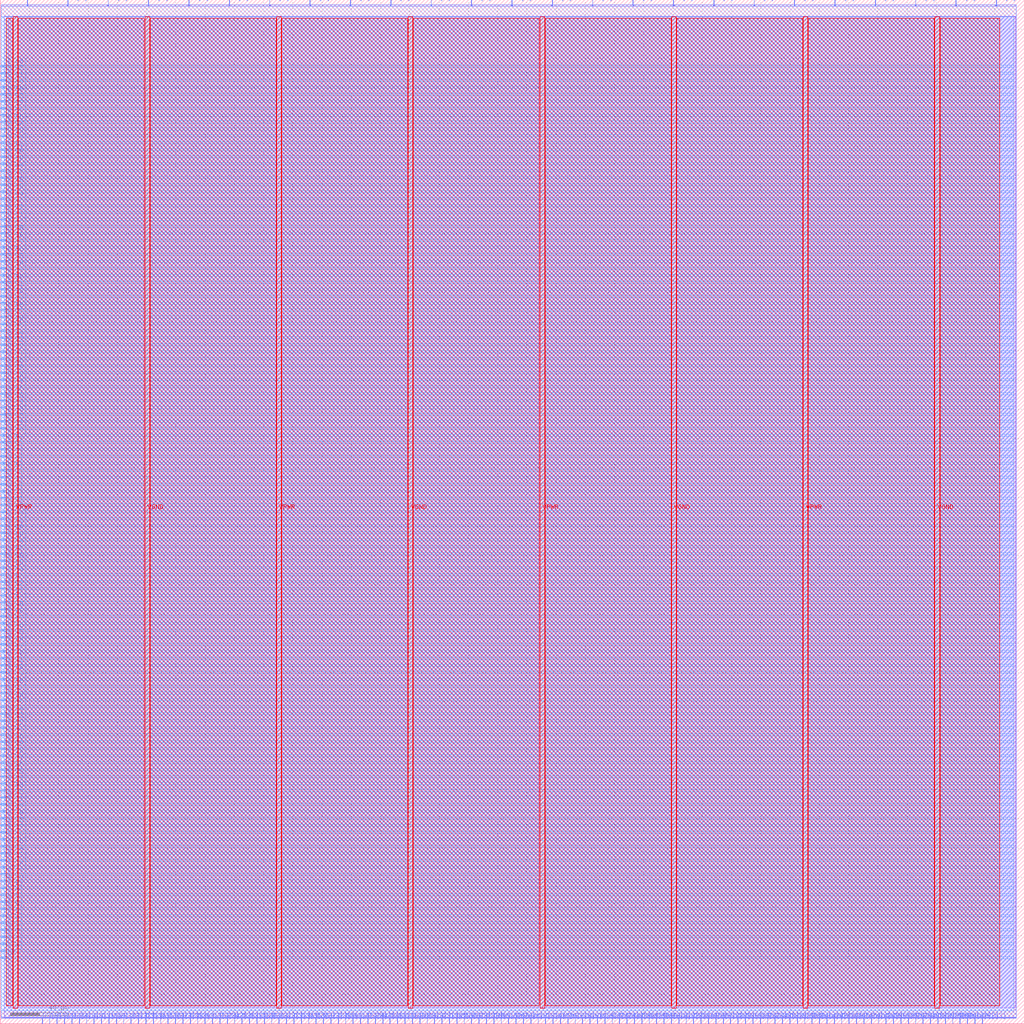
<source format=lef>
VERSION 5.7 ;
  NOWIREEXTENSIONATPIN ON ;
  DIVIDERCHAR "/" ;
  BUSBITCHARS "[]" ;
MACRO Microwatt_FP_DFFRFile
  CLASS BLOCK ;
  FOREIGN Microwatt_FP_DFFRFile ;
  ORIGIN 0.000 0.000 ;
  SIZE 700.000 BY 700.000 ;
  PIN CLK
    DIRECTION INPUT ;
    USE SIGNAL ;
    PORT
      LAYER met3 ;
        RECT 0.000 44.920 4.000 45.520 ;
    END
  END CLK
  PIN D1[0]
    DIRECTION OUTPUT TRISTATE ;
    USE SIGNAL ;
    PORT
      LAYER met3 ;
        RECT 0.000 49.680 4.000 50.280 ;
    END
  END D1[0]
  PIN D1[10]
    DIRECTION OUTPUT TRISTATE ;
    USE SIGNAL ;
    PORT
      LAYER met3 ;
        RECT 0.000 97.280 4.000 97.880 ;
    END
  END D1[10]
  PIN D1[11]
    DIRECTION OUTPUT TRISTATE ;
    USE SIGNAL ;
    PORT
      LAYER met3 ;
        RECT 0.000 102.040 4.000 102.640 ;
    END
  END D1[11]
  PIN D1[12]
    DIRECTION OUTPUT TRISTATE ;
    USE SIGNAL ;
    PORT
      LAYER met3 ;
        RECT 0.000 106.800 4.000 107.400 ;
    END
  END D1[12]
  PIN D1[13]
    DIRECTION OUTPUT TRISTATE ;
    USE SIGNAL ;
    PORT
      LAYER met3 ;
        RECT 0.000 111.560 4.000 112.160 ;
    END
  END D1[13]
  PIN D1[14]
    DIRECTION OUTPUT TRISTATE ;
    USE SIGNAL ;
    PORT
      LAYER met3 ;
        RECT 0.000 116.320 4.000 116.920 ;
    END
  END D1[14]
  PIN D1[15]
    DIRECTION OUTPUT TRISTATE ;
    USE SIGNAL ;
    PORT
      LAYER met3 ;
        RECT 0.000 121.080 4.000 121.680 ;
    END
  END D1[15]
  PIN D1[16]
    DIRECTION OUTPUT TRISTATE ;
    USE SIGNAL ;
    PORT
      LAYER met3 ;
        RECT 0.000 125.840 4.000 126.440 ;
    END
  END D1[16]
  PIN D1[17]
    DIRECTION OUTPUT TRISTATE ;
    USE SIGNAL ;
    PORT
      LAYER met3 ;
        RECT 0.000 130.600 4.000 131.200 ;
    END
  END D1[17]
  PIN D1[18]
    DIRECTION OUTPUT TRISTATE ;
    USE SIGNAL ;
    PORT
      LAYER met3 ;
        RECT 0.000 135.360 4.000 135.960 ;
    END
  END D1[18]
  PIN D1[19]
    DIRECTION OUTPUT TRISTATE ;
    USE SIGNAL ;
    PORT
      LAYER met3 ;
        RECT 0.000 140.120 4.000 140.720 ;
    END
  END D1[19]
  PIN D1[1]
    DIRECTION OUTPUT TRISTATE ;
    USE SIGNAL ;
    PORT
      LAYER met3 ;
        RECT 0.000 54.440 4.000 55.040 ;
    END
  END D1[1]
  PIN D1[20]
    DIRECTION OUTPUT TRISTATE ;
    USE SIGNAL ;
    PORT
      LAYER met3 ;
        RECT 0.000 144.880 4.000 145.480 ;
    END
  END D1[20]
  PIN D1[21]
    DIRECTION OUTPUT TRISTATE ;
    USE SIGNAL ;
    PORT
      LAYER met3 ;
        RECT 0.000 149.640 4.000 150.240 ;
    END
  END D1[21]
  PIN D1[22]
    DIRECTION OUTPUT TRISTATE ;
    USE SIGNAL ;
    PORT
      LAYER met3 ;
        RECT 0.000 154.400 4.000 155.000 ;
    END
  END D1[22]
  PIN D1[23]
    DIRECTION OUTPUT TRISTATE ;
    USE SIGNAL ;
    PORT
      LAYER met3 ;
        RECT 0.000 159.160 4.000 159.760 ;
    END
  END D1[23]
  PIN D1[24]
    DIRECTION OUTPUT TRISTATE ;
    USE SIGNAL ;
    PORT
      LAYER met3 ;
        RECT 0.000 163.920 4.000 164.520 ;
    END
  END D1[24]
  PIN D1[25]
    DIRECTION OUTPUT TRISTATE ;
    USE SIGNAL ;
    PORT
      LAYER met3 ;
        RECT 0.000 168.680 4.000 169.280 ;
    END
  END D1[25]
  PIN D1[26]
    DIRECTION OUTPUT TRISTATE ;
    USE SIGNAL ;
    PORT
      LAYER met3 ;
        RECT 0.000 173.440 4.000 174.040 ;
    END
  END D1[26]
  PIN D1[27]
    DIRECTION OUTPUT TRISTATE ;
    USE SIGNAL ;
    PORT
      LAYER met3 ;
        RECT 0.000 178.200 4.000 178.800 ;
    END
  END D1[27]
  PIN D1[28]
    DIRECTION OUTPUT TRISTATE ;
    USE SIGNAL ;
    PORT
      LAYER met3 ;
        RECT 0.000 182.960 4.000 183.560 ;
    END
  END D1[28]
  PIN D1[29]
    DIRECTION OUTPUT TRISTATE ;
    USE SIGNAL ;
    PORT
      LAYER met3 ;
        RECT 0.000 187.720 4.000 188.320 ;
    END
  END D1[29]
  PIN D1[2]
    DIRECTION OUTPUT TRISTATE ;
    USE SIGNAL ;
    PORT
      LAYER met3 ;
        RECT 0.000 59.200 4.000 59.800 ;
    END
  END D1[2]
  PIN D1[30]
    DIRECTION OUTPUT TRISTATE ;
    USE SIGNAL ;
    PORT
      LAYER met3 ;
        RECT 0.000 192.480 4.000 193.080 ;
    END
  END D1[30]
  PIN D1[31]
    DIRECTION OUTPUT TRISTATE ;
    USE SIGNAL ;
    PORT
      LAYER met3 ;
        RECT 0.000 197.240 4.000 197.840 ;
    END
  END D1[31]
  PIN D1[32]
    DIRECTION OUTPUT TRISTATE ;
    USE SIGNAL ;
    PORT
      LAYER met3 ;
        RECT 0.000 202.000 4.000 202.600 ;
    END
  END D1[32]
  PIN D1[33]
    DIRECTION OUTPUT TRISTATE ;
    USE SIGNAL ;
    PORT
      LAYER met3 ;
        RECT 0.000 206.760 4.000 207.360 ;
    END
  END D1[33]
  PIN D1[34]
    DIRECTION OUTPUT TRISTATE ;
    USE SIGNAL ;
    PORT
      LAYER met3 ;
        RECT 0.000 211.520 4.000 212.120 ;
    END
  END D1[34]
  PIN D1[35]
    DIRECTION OUTPUT TRISTATE ;
    USE SIGNAL ;
    PORT
      LAYER met3 ;
        RECT 0.000 216.280 4.000 216.880 ;
    END
  END D1[35]
  PIN D1[36]
    DIRECTION OUTPUT TRISTATE ;
    USE SIGNAL ;
    PORT
      LAYER met3 ;
        RECT 0.000 221.040 4.000 221.640 ;
    END
  END D1[36]
  PIN D1[37]
    DIRECTION OUTPUT TRISTATE ;
    USE SIGNAL ;
    PORT
      LAYER met3 ;
        RECT 0.000 225.800 4.000 226.400 ;
    END
  END D1[37]
  PIN D1[38]
    DIRECTION OUTPUT TRISTATE ;
    USE SIGNAL ;
    PORT
      LAYER met3 ;
        RECT 0.000 230.560 4.000 231.160 ;
    END
  END D1[38]
  PIN D1[39]
    DIRECTION OUTPUT TRISTATE ;
    USE SIGNAL ;
    PORT
      LAYER met3 ;
        RECT 0.000 235.320 4.000 235.920 ;
    END
  END D1[39]
  PIN D1[3]
    DIRECTION OUTPUT TRISTATE ;
    USE SIGNAL ;
    PORT
      LAYER met3 ;
        RECT 0.000 63.960 4.000 64.560 ;
    END
  END D1[3]
  PIN D1[40]
    DIRECTION OUTPUT TRISTATE ;
    USE SIGNAL ;
    PORT
      LAYER met3 ;
        RECT 0.000 240.080 4.000 240.680 ;
    END
  END D1[40]
  PIN D1[41]
    DIRECTION OUTPUT TRISTATE ;
    USE SIGNAL ;
    PORT
      LAYER met3 ;
        RECT 0.000 244.840 4.000 245.440 ;
    END
  END D1[41]
  PIN D1[42]
    DIRECTION OUTPUT TRISTATE ;
    USE SIGNAL ;
    PORT
      LAYER met3 ;
        RECT 0.000 249.600 4.000 250.200 ;
    END
  END D1[42]
  PIN D1[43]
    DIRECTION OUTPUT TRISTATE ;
    USE SIGNAL ;
    PORT
      LAYER met3 ;
        RECT 0.000 254.360 4.000 254.960 ;
    END
  END D1[43]
  PIN D1[44]
    DIRECTION OUTPUT TRISTATE ;
    USE SIGNAL ;
    PORT
      LAYER met3 ;
        RECT 0.000 259.120 4.000 259.720 ;
    END
  END D1[44]
  PIN D1[45]
    DIRECTION OUTPUT TRISTATE ;
    USE SIGNAL ;
    PORT
      LAYER met3 ;
        RECT 0.000 263.880 4.000 264.480 ;
    END
  END D1[45]
  PIN D1[46]
    DIRECTION OUTPUT TRISTATE ;
    USE SIGNAL ;
    PORT
      LAYER met3 ;
        RECT 0.000 268.640 4.000 269.240 ;
    END
  END D1[46]
  PIN D1[47]
    DIRECTION OUTPUT TRISTATE ;
    USE SIGNAL ;
    PORT
      LAYER met3 ;
        RECT 0.000 273.400 4.000 274.000 ;
    END
  END D1[47]
  PIN D1[48]
    DIRECTION OUTPUT TRISTATE ;
    USE SIGNAL ;
    PORT
      LAYER met3 ;
        RECT 0.000 278.160 4.000 278.760 ;
    END
  END D1[48]
  PIN D1[49]
    DIRECTION OUTPUT TRISTATE ;
    USE SIGNAL ;
    PORT
      LAYER met3 ;
        RECT 0.000 282.920 4.000 283.520 ;
    END
  END D1[49]
  PIN D1[4]
    DIRECTION OUTPUT TRISTATE ;
    USE SIGNAL ;
    PORT
      LAYER met3 ;
        RECT 0.000 68.720 4.000 69.320 ;
    END
  END D1[4]
  PIN D1[50]
    DIRECTION OUTPUT TRISTATE ;
    USE SIGNAL ;
    PORT
      LAYER met3 ;
        RECT 0.000 287.680 4.000 288.280 ;
    END
  END D1[50]
  PIN D1[51]
    DIRECTION OUTPUT TRISTATE ;
    USE SIGNAL ;
    PORT
      LAYER met3 ;
        RECT 0.000 292.440 4.000 293.040 ;
    END
  END D1[51]
  PIN D1[52]
    DIRECTION OUTPUT TRISTATE ;
    USE SIGNAL ;
    PORT
      LAYER met3 ;
        RECT 0.000 297.200 4.000 297.800 ;
    END
  END D1[52]
  PIN D1[53]
    DIRECTION OUTPUT TRISTATE ;
    USE SIGNAL ;
    PORT
      LAYER met3 ;
        RECT 0.000 301.960 4.000 302.560 ;
    END
  END D1[53]
  PIN D1[54]
    DIRECTION OUTPUT TRISTATE ;
    USE SIGNAL ;
    PORT
      LAYER met3 ;
        RECT 0.000 306.720 4.000 307.320 ;
    END
  END D1[54]
  PIN D1[55]
    DIRECTION OUTPUT TRISTATE ;
    USE SIGNAL ;
    PORT
      LAYER met3 ;
        RECT 0.000 311.480 4.000 312.080 ;
    END
  END D1[55]
  PIN D1[56]
    DIRECTION OUTPUT TRISTATE ;
    USE SIGNAL ;
    PORT
      LAYER met3 ;
        RECT 0.000 316.240 4.000 316.840 ;
    END
  END D1[56]
  PIN D1[57]
    DIRECTION OUTPUT TRISTATE ;
    USE SIGNAL ;
    PORT
      LAYER met3 ;
        RECT 0.000 321.000 4.000 321.600 ;
    END
  END D1[57]
  PIN D1[58]
    DIRECTION OUTPUT TRISTATE ;
    USE SIGNAL ;
    PORT
      LAYER met3 ;
        RECT 0.000 325.760 4.000 326.360 ;
    END
  END D1[58]
  PIN D1[59]
    DIRECTION OUTPUT TRISTATE ;
    USE SIGNAL ;
    PORT
      LAYER met3 ;
        RECT 0.000 330.520 4.000 331.120 ;
    END
  END D1[59]
  PIN D1[5]
    DIRECTION OUTPUT TRISTATE ;
    USE SIGNAL ;
    PORT
      LAYER met3 ;
        RECT 0.000 73.480 4.000 74.080 ;
    END
  END D1[5]
  PIN D1[60]
    DIRECTION OUTPUT TRISTATE ;
    USE SIGNAL ;
    PORT
      LAYER met3 ;
        RECT 0.000 335.280 4.000 335.880 ;
    END
  END D1[60]
  PIN D1[61]
    DIRECTION OUTPUT TRISTATE ;
    USE SIGNAL ;
    PORT
      LAYER met3 ;
        RECT 0.000 340.040 4.000 340.640 ;
    END
  END D1[61]
  PIN D1[62]
    DIRECTION OUTPUT TRISTATE ;
    USE SIGNAL ;
    PORT
      LAYER met3 ;
        RECT 0.000 344.800 4.000 345.400 ;
    END
  END D1[62]
  PIN D1[63]
    DIRECTION OUTPUT TRISTATE ;
    USE SIGNAL ;
    PORT
      LAYER met3 ;
        RECT 0.000 349.560 4.000 350.160 ;
    END
  END D1[63]
  PIN D1[6]
    DIRECTION OUTPUT TRISTATE ;
    USE SIGNAL ;
    PORT
      LAYER met3 ;
        RECT 0.000 78.240 4.000 78.840 ;
    END
  END D1[6]
  PIN D1[7]
    DIRECTION OUTPUT TRISTATE ;
    USE SIGNAL ;
    PORT
      LAYER met3 ;
        RECT 0.000 83.000 4.000 83.600 ;
    END
  END D1[7]
  PIN D1[8]
    DIRECTION OUTPUT TRISTATE ;
    USE SIGNAL ;
    PORT
      LAYER met3 ;
        RECT 0.000 87.760 4.000 88.360 ;
    END
  END D1[8]
  PIN D1[9]
    DIRECTION OUTPUT TRISTATE ;
    USE SIGNAL ;
    PORT
      LAYER met3 ;
        RECT 0.000 92.520 4.000 93.120 ;
    END
  END D1[9]
  PIN D2[0]
    DIRECTION OUTPUT TRISTATE ;
    USE SIGNAL ;
    PORT
      LAYER met3 ;
        RECT 0.000 354.320 4.000 354.920 ;
    END
  END D2[0]
  PIN D2[10]
    DIRECTION OUTPUT TRISTATE ;
    USE SIGNAL ;
    PORT
      LAYER met3 ;
        RECT 0.000 401.920 4.000 402.520 ;
    END
  END D2[10]
  PIN D2[11]
    DIRECTION OUTPUT TRISTATE ;
    USE SIGNAL ;
    PORT
      LAYER met3 ;
        RECT 0.000 406.680 4.000 407.280 ;
    END
  END D2[11]
  PIN D2[12]
    DIRECTION OUTPUT TRISTATE ;
    USE SIGNAL ;
    PORT
      LAYER met3 ;
        RECT 0.000 411.440 4.000 412.040 ;
    END
  END D2[12]
  PIN D2[13]
    DIRECTION OUTPUT TRISTATE ;
    USE SIGNAL ;
    PORT
      LAYER met3 ;
        RECT 0.000 416.200 4.000 416.800 ;
    END
  END D2[13]
  PIN D2[14]
    DIRECTION OUTPUT TRISTATE ;
    USE SIGNAL ;
    PORT
      LAYER met3 ;
        RECT 0.000 420.960 4.000 421.560 ;
    END
  END D2[14]
  PIN D2[15]
    DIRECTION OUTPUT TRISTATE ;
    USE SIGNAL ;
    PORT
      LAYER met3 ;
        RECT 0.000 425.720 4.000 426.320 ;
    END
  END D2[15]
  PIN D2[16]
    DIRECTION OUTPUT TRISTATE ;
    USE SIGNAL ;
    PORT
      LAYER met3 ;
        RECT 0.000 430.480 4.000 431.080 ;
    END
  END D2[16]
  PIN D2[17]
    DIRECTION OUTPUT TRISTATE ;
    USE SIGNAL ;
    PORT
      LAYER met3 ;
        RECT 0.000 435.240 4.000 435.840 ;
    END
  END D2[17]
  PIN D2[18]
    DIRECTION OUTPUT TRISTATE ;
    USE SIGNAL ;
    PORT
      LAYER met3 ;
        RECT 0.000 440.000 4.000 440.600 ;
    END
  END D2[18]
  PIN D2[19]
    DIRECTION OUTPUT TRISTATE ;
    USE SIGNAL ;
    PORT
      LAYER met3 ;
        RECT 0.000 444.760 4.000 445.360 ;
    END
  END D2[19]
  PIN D2[1]
    DIRECTION OUTPUT TRISTATE ;
    USE SIGNAL ;
    PORT
      LAYER met3 ;
        RECT 0.000 359.080 4.000 359.680 ;
    END
  END D2[1]
  PIN D2[20]
    DIRECTION OUTPUT TRISTATE ;
    USE SIGNAL ;
    PORT
      LAYER met3 ;
        RECT 0.000 449.520 4.000 450.120 ;
    END
  END D2[20]
  PIN D2[21]
    DIRECTION OUTPUT TRISTATE ;
    USE SIGNAL ;
    PORT
      LAYER met3 ;
        RECT 0.000 454.280 4.000 454.880 ;
    END
  END D2[21]
  PIN D2[22]
    DIRECTION OUTPUT TRISTATE ;
    USE SIGNAL ;
    PORT
      LAYER met3 ;
        RECT 0.000 459.040 4.000 459.640 ;
    END
  END D2[22]
  PIN D2[23]
    DIRECTION OUTPUT TRISTATE ;
    USE SIGNAL ;
    PORT
      LAYER met3 ;
        RECT 0.000 463.800 4.000 464.400 ;
    END
  END D2[23]
  PIN D2[24]
    DIRECTION OUTPUT TRISTATE ;
    USE SIGNAL ;
    PORT
      LAYER met3 ;
        RECT 0.000 468.560 4.000 469.160 ;
    END
  END D2[24]
  PIN D2[25]
    DIRECTION OUTPUT TRISTATE ;
    USE SIGNAL ;
    PORT
      LAYER met3 ;
        RECT 0.000 473.320 4.000 473.920 ;
    END
  END D2[25]
  PIN D2[26]
    DIRECTION OUTPUT TRISTATE ;
    USE SIGNAL ;
    PORT
      LAYER met3 ;
        RECT 0.000 478.080 4.000 478.680 ;
    END
  END D2[26]
  PIN D2[27]
    DIRECTION OUTPUT TRISTATE ;
    USE SIGNAL ;
    PORT
      LAYER met3 ;
        RECT 0.000 482.840 4.000 483.440 ;
    END
  END D2[27]
  PIN D2[28]
    DIRECTION OUTPUT TRISTATE ;
    USE SIGNAL ;
    PORT
      LAYER met3 ;
        RECT 0.000 487.600 4.000 488.200 ;
    END
  END D2[28]
  PIN D2[29]
    DIRECTION OUTPUT TRISTATE ;
    USE SIGNAL ;
    PORT
      LAYER met3 ;
        RECT 0.000 492.360 4.000 492.960 ;
    END
  END D2[29]
  PIN D2[2]
    DIRECTION OUTPUT TRISTATE ;
    USE SIGNAL ;
    PORT
      LAYER met3 ;
        RECT 0.000 363.840 4.000 364.440 ;
    END
  END D2[2]
  PIN D2[30]
    DIRECTION OUTPUT TRISTATE ;
    USE SIGNAL ;
    PORT
      LAYER met3 ;
        RECT 0.000 497.120 4.000 497.720 ;
    END
  END D2[30]
  PIN D2[31]
    DIRECTION OUTPUT TRISTATE ;
    USE SIGNAL ;
    PORT
      LAYER met3 ;
        RECT 0.000 501.880 4.000 502.480 ;
    END
  END D2[31]
  PIN D2[32]
    DIRECTION OUTPUT TRISTATE ;
    USE SIGNAL ;
    PORT
      LAYER met3 ;
        RECT 0.000 506.640 4.000 507.240 ;
    END
  END D2[32]
  PIN D2[33]
    DIRECTION OUTPUT TRISTATE ;
    USE SIGNAL ;
    PORT
      LAYER met3 ;
        RECT 0.000 511.400 4.000 512.000 ;
    END
  END D2[33]
  PIN D2[34]
    DIRECTION OUTPUT TRISTATE ;
    USE SIGNAL ;
    PORT
      LAYER met3 ;
        RECT 0.000 516.160 4.000 516.760 ;
    END
  END D2[34]
  PIN D2[35]
    DIRECTION OUTPUT TRISTATE ;
    USE SIGNAL ;
    PORT
      LAYER met3 ;
        RECT 0.000 520.920 4.000 521.520 ;
    END
  END D2[35]
  PIN D2[36]
    DIRECTION OUTPUT TRISTATE ;
    USE SIGNAL ;
    PORT
      LAYER met3 ;
        RECT 0.000 525.680 4.000 526.280 ;
    END
  END D2[36]
  PIN D2[37]
    DIRECTION OUTPUT TRISTATE ;
    USE SIGNAL ;
    PORT
      LAYER met3 ;
        RECT 0.000 530.440 4.000 531.040 ;
    END
  END D2[37]
  PIN D2[38]
    DIRECTION OUTPUT TRISTATE ;
    USE SIGNAL ;
    PORT
      LAYER met3 ;
        RECT 0.000 535.200 4.000 535.800 ;
    END
  END D2[38]
  PIN D2[39]
    DIRECTION OUTPUT TRISTATE ;
    USE SIGNAL ;
    PORT
      LAYER met3 ;
        RECT 0.000 539.960 4.000 540.560 ;
    END
  END D2[39]
  PIN D2[3]
    DIRECTION OUTPUT TRISTATE ;
    USE SIGNAL ;
    PORT
      LAYER met3 ;
        RECT 0.000 368.600 4.000 369.200 ;
    END
  END D2[3]
  PIN D2[40]
    DIRECTION OUTPUT TRISTATE ;
    USE SIGNAL ;
    PORT
      LAYER met3 ;
        RECT 0.000 544.720 4.000 545.320 ;
    END
  END D2[40]
  PIN D2[41]
    DIRECTION OUTPUT TRISTATE ;
    USE SIGNAL ;
    PORT
      LAYER met3 ;
        RECT 0.000 549.480 4.000 550.080 ;
    END
  END D2[41]
  PIN D2[42]
    DIRECTION OUTPUT TRISTATE ;
    USE SIGNAL ;
    PORT
      LAYER met3 ;
        RECT 0.000 554.240 4.000 554.840 ;
    END
  END D2[42]
  PIN D2[43]
    DIRECTION OUTPUT TRISTATE ;
    USE SIGNAL ;
    PORT
      LAYER met3 ;
        RECT 0.000 559.000 4.000 559.600 ;
    END
  END D2[43]
  PIN D2[44]
    DIRECTION OUTPUT TRISTATE ;
    USE SIGNAL ;
    PORT
      LAYER met3 ;
        RECT 0.000 563.760 4.000 564.360 ;
    END
  END D2[44]
  PIN D2[45]
    DIRECTION OUTPUT TRISTATE ;
    USE SIGNAL ;
    PORT
      LAYER met3 ;
        RECT 0.000 568.520 4.000 569.120 ;
    END
  END D2[45]
  PIN D2[46]
    DIRECTION OUTPUT TRISTATE ;
    USE SIGNAL ;
    PORT
      LAYER met3 ;
        RECT 0.000 573.280 4.000 573.880 ;
    END
  END D2[46]
  PIN D2[47]
    DIRECTION OUTPUT TRISTATE ;
    USE SIGNAL ;
    PORT
      LAYER met3 ;
        RECT 0.000 578.040 4.000 578.640 ;
    END
  END D2[47]
  PIN D2[48]
    DIRECTION OUTPUT TRISTATE ;
    USE SIGNAL ;
    PORT
      LAYER met3 ;
        RECT 0.000 582.800 4.000 583.400 ;
    END
  END D2[48]
  PIN D2[49]
    DIRECTION OUTPUT TRISTATE ;
    USE SIGNAL ;
    PORT
      LAYER met3 ;
        RECT 0.000 587.560 4.000 588.160 ;
    END
  END D2[49]
  PIN D2[4]
    DIRECTION OUTPUT TRISTATE ;
    USE SIGNAL ;
    PORT
      LAYER met3 ;
        RECT 0.000 373.360 4.000 373.960 ;
    END
  END D2[4]
  PIN D2[50]
    DIRECTION OUTPUT TRISTATE ;
    USE SIGNAL ;
    PORT
      LAYER met3 ;
        RECT 0.000 592.320 4.000 592.920 ;
    END
  END D2[50]
  PIN D2[51]
    DIRECTION OUTPUT TRISTATE ;
    USE SIGNAL ;
    PORT
      LAYER met3 ;
        RECT 0.000 597.080 4.000 597.680 ;
    END
  END D2[51]
  PIN D2[52]
    DIRECTION OUTPUT TRISTATE ;
    USE SIGNAL ;
    PORT
      LAYER met3 ;
        RECT 0.000 601.840 4.000 602.440 ;
    END
  END D2[52]
  PIN D2[53]
    DIRECTION OUTPUT TRISTATE ;
    USE SIGNAL ;
    PORT
      LAYER met3 ;
        RECT 0.000 606.600 4.000 607.200 ;
    END
  END D2[53]
  PIN D2[54]
    DIRECTION OUTPUT TRISTATE ;
    USE SIGNAL ;
    PORT
      LAYER met3 ;
        RECT 0.000 611.360 4.000 611.960 ;
    END
  END D2[54]
  PIN D2[55]
    DIRECTION OUTPUT TRISTATE ;
    USE SIGNAL ;
    PORT
      LAYER met3 ;
        RECT 0.000 616.120 4.000 616.720 ;
    END
  END D2[55]
  PIN D2[56]
    DIRECTION OUTPUT TRISTATE ;
    USE SIGNAL ;
    PORT
      LAYER met3 ;
        RECT 0.000 620.880 4.000 621.480 ;
    END
  END D2[56]
  PIN D2[57]
    DIRECTION OUTPUT TRISTATE ;
    USE SIGNAL ;
    PORT
      LAYER met3 ;
        RECT 0.000 625.640 4.000 626.240 ;
    END
  END D2[57]
  PIN D2[58]
    DIRECTION OUTPUT TRISTATE ;
    USE SIGNAL ;
    PORT
      LAYER met3 ;
        RECT 0.000 630.400 4.000 631.000 ;
    END
  END D2[58]
  PIN D2[59]
    DIRECTION OUTPUT TRISTATE ;
    USE SIGNAL ;
    PORT
      LAYER met3 ;
        RECT 0.000 635.160 4.000 635.760 ;
    END
  END D2[59]
  PIN D2[5]
    DIRECTION OUTPUT TRISTATE ;
    USE SIGNAL ;
    PORT
      LAYER met3 ;
        RECT 0.000 378.120 4.000 378.720 ;
    END
  END D2[5]
  PIN D2[60]
    DIRECTION OUTPUT TRISTATE ;
    USE SIGNAL ;
    PORT
      LAYER met3 ;
        RECT 0.000 639.920 4.000 640.520 ;
    END
  END D2[60]
  PIN D2[61]
    DIRECTION OUTPUT TRISTATE ;
    USE SIGNAL ;
    PORT
      LAYER met3 ;
        RECT 0.000 644.680 4.000 645.280 ;
    END
  END D2[61]
  PIN D2[62]
    DIRECTION OUTPUT TRISTATE ;
    USE SIGNAL ;
    PORT
      LAYER met3 ;
        RECT 0.000 649.440 4.000 650.040 ;
    END
  END D2[62]
  PIN D2[63]
    DIRECTION OUTPUT TRISTATE ;
    USE SIGNAL ;
    PORT
      LAYER met3 ;
        RECT 0.000 654.200 4.000 654.800 ;
    END
  END D2[63]
  PIN D2[6]
    DIRECTION OUTPUT TRISTATE ;
    USE SIGNAL ;
    PORT
      LAYER met3 ;
        RECT 0.000 382.880 4.000 383.480 ;
    END
  END D2[6]
  PIN D2[7]
    DIRECTION OUTPUT TRISTATE ;
    USE SIGNAL ;
    PORT
      LAYER met3 ;
        RECT 0.000 387.640 4.000 388.240 ;
    END
  END D2[7]
  PIN D2[8]
    DIRECTION OUTPUT TRISTATE ;
    USE SIGNAL ;
    PORT
      LAYER met3 ;
        RECT 0.000 392.400 4.000 393.000 ;
    END
  END D2[8]
  PIN D2[9]
    DIRECTION OUTPUT TRISTATE ;
    USE SIGNAL ;
    PORT
      LAYER met3 ;
        RECT 0.000 397.160 4.000 397.760 ;
    END
  END D2[9]
  PIN D3[0]
    DIRECTION OUTPUT TRISTATE ;
    USE SIGNAL ;
    PORT
      LAYER met2 ;
        RECT 28.610 0.000 28.890 4.000 ;
    END
  END D3[0]
  PIN D3[10]
    DIRECTION OUTPUT TRISTATE ;
    USE SIGNAL ;
    PORT
      LAYER met2 ;
        RECT 79.210 0.000 79.490 4.000 ;
    END
  END D3[10]
  PIN D3[11]
    DIRECTION OUTPUT TRISTATE ;
    USE SIGNAL ;
    PORT
      LAYER met2 ;
        RECT 84.270 0.000 84.550 4.000 ;
    END
  END D3[11]
  PIN D3[12]
    DIRECTION OUTPUT TRISTATE ;
    USE SIGNAL ;
    PORT
      LAYER met2 ;
        RECT 89.330 0.000 89.610 4.000 ;
    END
  END D3[12]
  PIN D3[13]
    DIRECTION OUTPUT TRISTATE ;
    USE SIGNAL ;
    PORT
      LAYER met2 ;
        RECT 94.390 0.000 94.670 4.000 ;
    END
  END D3[13]
  PIN D3[14]
    DIRECTION OUTPUT TRISTATE ;
    USE SIGNAL ;
    PORT
      LAYER met2 ;
        RECT 99.450 0.000 99.730 4.000 ;
    END
  END D3[14]
  PIN D3[15]
    DIRECTION OUTPUT TRISTATE ;
    USE SIGNAL ;
    PORT
      LAYER met2 ;
        RECT 104.510 0.000 104.790 4.000 ;
    END
  END D3[15]
  PIN D3[16]
    DIRECTION OUTPUT TRISTATE ;
    USE SIGNAL ;
    PORT
      LAYER met2 ;
        RECT 109.570 0.000 109.850 4.000 ;
    END
  END D3[16]
  PIN D3[17]
    DIRECTION OUTPUT TRISTATE ;
    USE SIGNAL ;
    PORT
      LAYER met2 ;
        RECT 114.630 0.000 114.910 4.000 ;
    END
  END D3[17]
  PIN D3[18]
    DIRECTION OUTPUT TRISTATE ;
    USE SIGNAL ;
    PORT
      LAYER met2 ;
        RECT 119.690 0.000 119.970 4.000 ;
    END
  END D3[18]
  PIN D3[19]
    DIRECTION OUTPUT TRISTATE ;
    USE SIGNAL ;
    PORT
      LAYER met2 ;
        RECT 124.750 0.000 125.030 4.000 ;
    END
  END D3[19]
  PIN D3[1]
    DIRECTION OUTPUT TRISTATE ;
    USE SIGNAL ;
    PORT
      LAYER met2 ;
        RECT 33.670 0.000 33.950 4.000 ;
    END
  END D3[1]
  PIN D3[20]
    DIRECTION OUTPUT TRISTATE ;
    USE SIGNAL ;
    PORT
      LAYER met2 ;
        RECT 129.810 0.000 130.090 4.000 ;
    END
  END D3[20]
  PIN D3[21]
    DIRECTION OUTPUT TRISTATE ;
    USE SIGNAL ;
    PORT
      LAYER met2 ;
        RECT 134.870 0.000 135.150 4.000 ;
    END
  END D3[21]
  PIN D3[22]
    DIRECTION OUTPUT TRISTATE ;
    USE SIGNAL ;
    PORT
      LAYER met2 ;
        RECT 139.930 0.000 140.210 4.000 ;
    END
  END D3[22]
  PIN D3[23]
    DIRECTION OUTPUT TRISTATE ;
    USE SIGNAL ;
    PORT
      LAYER met2 ;
        RECT 144.990 0.000 145.270 4.000 ;
    END
  END D3[23]
  PIN D3[24]
    DIRECTION OUTPUT TRISTATE ;
    USE SIGNAL ;
    PORT
      LAYER met2 ;
        RECT 150.050 0.000 150.330 4.000 ;
    END
  END D3[24]
  PIN D3[25]
    DIRECTION OUTPUT TRISTATE ;
    USE SIGNAL ;
    PORT
      LAYER met2 ;
        RECT 155.110 0.000 155.390 4.000 ;
    END
  END D3[25]
  PIN D3[26]
    DIRECTION OUTPUT TRISTATE ;
    USE SIGNAL ;
    PORT
      LAYER met2 ;
        RECT 160.170 0.000 160.450 4.000 ;
    END
  END D3[26]
  PIN D3[27]
    DIRECTION OUTPUT TRISTATE ;
    USE SIGNAL ;
    PORT
      LAYER met2 ;
        RECT 165.230 0.000 165.510 4.000 ;
    END
  END D3[27]
  PIN D3[28]
    DIRECTION OUTPUT TRISTATE ;
    USE SIGNAL ;
    PORT
      LAYER met2 ;
        RECT 170.290 0.000 170.570 4.000 ;
    END
  END D3[28]
  PIN D3[29]
    DIRECTION OUTPUT TRISTATE ;
    USE SIGNAL ;
    PORT
      LAYER met2 ;
        RECT 175.350 0.000 175.630 4.000 ;
    END
  END D3[29]
  PIN D3[2]
    DIRECTION OUTPUT TRISTATE ;
    USE SIGNAL ;
    PORT
      LAYER met2 ;
        RECT 38.730 0.000 39.010 4.000 ;
    END
  END D3[2]
  PIN D3[30]
    DIRECTION OUTPUT TRISTATE ;
    USE SIGNAL ;
    PORT
      LAYER met2 ;
        RECT 180.410 0.000 180.690 4.000 ;
    END
  END D3[30]
  PIN D3[31]
    DIRECTION OUTPUT TRISTATE ;
    USE SIGNAL ;
    PORT
      LAYER met2 ;
        RECT 185.470 0.000 185.750 4.000 ;
    END
  END D3[31]
  PIN D3[32]
    DIRECTION OUTPUT TRISTATE ;
    USE SIGNAL ;
    PORT
      LAYER met2 ;
        RECT 190.530 0.000 190.810 4.000 ;
    END
  END D3[32]
  PIN D3[33]
    DIRECTION OUTPUT TRISTATE ;
    USE SIGNAL ;
    PORT
      LAYER met2 ;
        RECT 195.590 0.000 195.870 4.000 ;
    END
  END D3[33]
  PIN D3[34]
    DIRECTION OUTPUT TRISTATE ;
    USE SIGNAL ;
    PORT
      LAYER met2 ;
        RECT 200.650 0.000 200.930 4.000 ;
    END
  END D3[34]
  PIN D3[35]
    DIRECTION OUTPUT TRISTATE ;
    USE SIGNAL ;
    PORT
      LAYER met2 ;
        RECT 205.710 0.000 205.990 4.000 ;
    END
  END D3[35]
  PIN D3[36]
    DIRECTION OUTPUT TRISTATE ;
    USE SIGNAL ;
    PORT
      LAYER met2 ;
        RECT 210.770 0.000 211.050 4.000 ;
    END
  END D3[36]
  PIN D3[37]
    DIRECTION OUTPUT TRISTATE ;
    USE SIGNAL ;
    PORT
      LAYER met2 ;
        RECT 215.830 0.000 216.110 4.000 ;
    END
  END D3[37]
  PIN D3[38]
    DIRECTION OUTPUT TRISTATE ;
    USE SIGNAL ;
    PORT
      LAYER met2 ;
        RECT 220.890 0.000 221.170 4.000 ;
    END
  END D3[38]
  PIN D3[39]
    DIRECTION OUTPUT TRISTATE ;
    USE SIGNAL ;
    PORT
      LAYER met2 ;
        RECT 225.950 0.000 226.230 4.000 ;
    END
  END D3[39]
  PIN D3[3]
    DIRECTION OUTPUT TRISTATE ;
    USE SIGNAL ;
    PORT
      LAYER met2 ;
        RECT 43.790 0.000 44.070 4.000 ;
    END
  END D3[3]
  PIN D3[40]
    DIRECTION OUTPUT TRISTATE ;
    USE SIGNAL ;
    PORT
      LAYER met2 ;
        RECT 231.010 0.000 231.290 4.000 ;
    END
  END D3[40]
  PIN D3[41]
    DIRECTION OUTPUT TRISTATE ;
    USE SIGNAL ;
    PORT
      LAYER met2 ;
        RECT 236.070 0.000 236.350 4.000 ;
    END
  END D3[41]
  PIN D3[42]
    DIRECTION OUTPUT TRISTATE ;
    USE SIGNAL ;
    PORT
      LAYER met2 ;
        RECT 241.130 0.000 241.410 4.000 ;
    END
  END D3[42]
  PIN D3[43]
    DIRECTION OUTPUT TRISTATE ;
    USE SIGNAL ;
    PORT
      LAYER met2 ;
        RECT 246.190 0.000 246.470 4.000 ;
    END
  END D3[43]
  PIN D3[44]
    DIRECTION OUTPUT TRISTATE ;
    USE SIGNAL ;
    PORT
      LAYER met2 ;
        RECT 251.250 0.000 251.530 4.000 ;
    END
  END D3[44]
  PIN D3[45]
    DIRECTION OUTPUT TRISTATE ;
    USE SIGNAL ;
    PORT
      LAYER met2 ;
        RECT 256.310 0.000 256.590 4.000 ;
    END
  END D3[45]
  PIN D3[46]
    DIRECTION OUTPUT TRISTATE ;
    USE SIGNAL ;
    PORT
      LAYER met2 ;
        RECT 261.370 0.000 261.650 4.000 ;
    END
  END D3[46]
  PIN D3[47]
    DIRECTION OUTPUT TRISTATE ;
    USE SIGNAL ;
    PORT
      LAYER met2 ;
        RECT 266.430 0.000 266.710 4.000 ;
    END
  END D3[47]
  PIN D3[48]
    DIRECTION OUTPUT TRISTATE ;
    USE SIGNAL ;
    PORT
      LAYER met2 ;
        RECT 271.490 0.000 271.770 4.000 ;
    END
  END D3[48]
  PIN D3[49]
    DIRECTION OUTPUT TRISTATE ;
    USE SIGNAL ;
    PORT
      LAYER met2 ;
        RECT 276.550 0.000 276.830 4.000 ;
    END
  END D3[49]
  PIN D3[4]
    DIRECTION OUTPUT TRISTATE ;
    USE SIGNAL ;
    PORT
      LAYER met2 ;
        RECT 48.850 0.000 49.130 4.000 ;
    END
  END D3[4]
  PIN D3[50]
    DIRECTION OUTPUT TRISTATE ;
    USE SIGNAL ;
    PORT
      LAYER met2 ;
        RECT 281.610 0.000 281.890 4.000 ;
    END
  END D3[50]
  PIN D3[51]
    DIRECTION OUTPUT TRISTATE ;
    USE SIGNAL ;
    PORT
      LAYER met2 ;
        RECT 286.670 0.000 286.950 4.000 ;
    END
  END D3[51]
  PIN D3[52]
    DIRECTION OUTPUT TRISTATE ;
    USE SIGNAL ;
    PORT
      LAYER met2 ;
        RECT 291.730 0.000 292.010 4.000 ;
    END
  END D3[52]
  PIN D3[53]
    DIRECTION OUTPUT TRISTATE ;
    USE SIGNAL ;
    PORT
      LAYER met2 ;
        RECT 296.790 0.000 297.070 4.000 ;
    END
  END D3[53]
  PIN D3[54]
    DIRECTION OUTPUT TRISTATE ;
    USE SIGNAL ;
    PORT
      LAYER met2 ;
        RECT 301.850 0.000 302.130 4.000 ;
    END
  END D3[54]
  PIN D3[55]
    DIRECTION OUTPUT TRISTATE ;
    USE SIGNAL ;
    PORT
      LAYER met2 ;
        RECT 306.910 0.000 307.190 4.000 ;
    END
  END D3[55]
  PIN D3[56]
    DIRECTION OUTPUT TRISTATE ;
    USE SIGNAL ;
    PORT
      LAYER met2 ;
        RECT 311.970 0.000 312.250 4.000 ;
    END
  END D3[56]
  PIN D3[57]
    DIRECTION OUTPUT TRISTATE ;
    USE SIGNAL ;
    PORT
      LAYER met2 ;
        RECT 317.030 0.000 317.310 4.000 ;
    END
  END D3[57]
  PIN D3[58]
    DIRECTION OUTPUT TRISTATE ;
    USE SIGNAL ;
    PORT
      LAYER met2 ;
        RECT 322.090 0.000 322.370 4.000 ;
    END
  END D3[58]
  PIN D3[59]
    DIRECTION OUTPUT TRISTATE ;
    USE SIGNAL ;
    PORT
      LAYER met2 ;
        RECT 327.150 0.000 327.430 4.000 ;
    END
  END D3[59]
  PIN D3[5]
    DIRECTION OUTPUT TRISTATE ;
    USE SIGNAL ;
    PORT
      LAYER met2 ;
        RECT 53.910 0.000 54.190 4.000 ;
    END
  END D3[5]
  PIN D3[60]
    DIRECTION OUTPUT TRISTATE ;
    USE SIGNAL ;
    PORT
      LAYER met2 ;
        RECT 332.210 0.000 332.490 4.000 ;
    END
  END D3[60]
  PIN D3[61]
    DIRECTION OUTPUT TRISTATE ;
    USE SIGNAL ;
    PORT
      LAYER met2 ;
        RECT 337.270 0.000 337.550 4.000 ;
    END
  END D3[61]
  PIN D3[62]
    DIRECTION OUTPUT TRISTATE ;
    USE SIGNAL ;
    PORT
      LAYER met2 ;
        RECT 342.330 0.000 342.610 4.000 ;
    END
  END D3[62]
  PIN D3[63]
    DIRECTION OUTPUT TRISTATE ;
    USE SIGNAL ;
    PORT
      LAYER met2 ;
        RECT 347.390 0.000 347.670 4.000 ;
    END
  END D3[63]
  PIN D3[6]
    DIRECTION OUTPUT TRISTATE ;
    USE SIGNAL ;
    PORT
      LAYER met2 ;
        RECT 58.970 0.000 59.250 4.000 ;
    END
  END D3[6]
  PIN D3[7]
    DIRECTION OUTPUT TRISTATE ;
    USE SIGNAL ;
    PORT
      LAYER met2 ;
        RECT 64.030 0.000 64.310 4.000 ;
    END
  END D3[7]
  PIN D3[8]
    DIRECTION OUTPUT TRISTATE ;
    USE SIGNAL ;
    PORT
      LAYER met2 ;
        RECT 69.090 0.000 69.370 4.000 ;
    END
  END D3[8]
  PIN D3[9]
    DIRECTION OUTPUT TRISTATE ;
    USE SIGNAL ;
    PORT
      LAYER met2 ;
        RECT 74.150 0.000 74.430 4.000 ;
    END
  END D3[9]
  PIN DW[0]
    DIRECTION INPUT ;
    USE SIGNAL ;
    PORT
      LAYER met2 ;
        RECT 352.450 0.000 352.730 4.000 ;
    END
  END DW[0]
  PIN DW[10]
    DIRECTION INPUT ;
    USE SIGNAL ;
    PORT
      LAYER met2 ;
        RECT 403.050 0.000 403.330 4.000 ;
    END
  END DW[10]
  PIN DW[11]
    DIRECTION INPUT ;
    USE SIGNAL ;
    PORT
      LAYER met2 ;
        RECT 408.110 0.000 408.390 4.000 ;
    END
  END DW[11]
  PIN DW[12]
    DIRECTION INPUT ;
    USE SIGNAL ;
    PORT
      LAYER met2 ;
        RECT 413.170 0.000 413.450 4.000 ;
    END
  END DW[12]
  PIN DW[13]
    DIRECTION INPUT ;
    USE SIGNAL ;
    PORT
      LAYER met2 ;
        RECT 418.230 0.000 418.510 4.000 ;
    END
  END DW[13]
  PIN DW[14]
    DIRECTION INPUT ;
    USE SIGNAL ;
    PORT
      LAYER met2 ;
        RECT 423.290 0.000 423.570 4.000 ;
    END
  END DW[14]
  PIN DW[15]
    DIRECTION INPUT ;
    USE SIGNAL ;
    PORT
      LAYER met2 ;
        RECT 428.350 0.000 428.630 4.000 ;
    END
  END DW[15]
  PIN DW[16]
    DIRECTION INPUT ;
    USE SIGNAL ;
    PORT
      LAYER met2 ;
        RECT 433.410 0.000 433.690 4.000 ;
    END
  END DW[16]
  PIN DW[17]
    DIRECTION INPUT ;
    USE SIGNAL ;
    PORT
      LAYER met2 ;
        RECT 438.470 0.000 438.750 4.000 ;
    END
  END DW[17]
  PIN DW[18]
    DIRECTION INPUT ;
    USE SIGNAL ;
    PORT
      LAYER met2 ;
        RECT 443.530 0.000 443.810 4.000 ;
    END
  END DW[18]
  PIN DW[19]
    DIRECTION INPUT ;
    USE SIGNAL ;
    PORT
      LAYER met2 ;
        RECT 448.590 0.000 448.870 4.000 ;
    END
  END DW[19]
  PIN DW[1]
    DIRECTION INPUT ;
    USE SIGNAL ;
    PORT
      LAYER met2 ;
        RECT 357.510 0.000 357.790 4.000 ;
    END
  END DW[1]
  PIN DW[20]
    DIRECTION INPUT ;
    USE SIGNAL ;
    PORT
      LAYER met2 ;
        RECT 453.650 0.000 453.930 4.000 ;
    END
  END DW[20]
  PIN DW[21]
    DIRECTION INPUT ;
    USE SIGNAL ;
    PORT
      LAYER met2 ;
        RECT 458.710 0.000 458.990 4.000 ;
    END
  END DW[21]
  PIN DW[22]
    DIRECTION INPUT ;
    USE SIGNAL ;
    PORT
      LAYER met2 ;
        RECT 463.770 0.000 464.050 4.000 ;
    END
  END DW[22]
  PIN DW[23]
    DIRECTION INPUT ;
    USE SIGNAL ;
    PORT
      LAYER met2 ;
        RECT 468.830 0.000 469.110 4.000 ;
    END
  END DW[23]
  PIN DW[24]
    DIRECTION INPUT ;
    USE SIGNAL ;
    PORT
      LAYER met2 ;
        RECT 473.890 0.000 474.170 4.000 ;
    END
  END DW[24]
  PIN DW[25]
    DIRECTION INPUT ;
    USE SIGNAL ;
    PORT
      LAYER met2 ;
        RECT 478.950 0.000 479.230 4.000 ;
    END
  END DW[25]
  PIN DW[26]
    DIRECTION INPUT ;
    USE SIGNAL ;
    PORT
      LAYER met2 ;
        RECT 484.010 0.000 484.290 4.000 ;
    END
  END DW[26]
  PIN DW[27]
    DIRECTION INPUT ;
    USE SIGNAL ;
    PORT
      LAYER met2 ;
        RECT 489.070 0.000 489.350 4.000 ;
    END
  END DW[27]
  PIN DW[28]
    DIRECTION INPUT ;
    USE SIGNAL ;
    PORT
      LAYER met2 ;
        RECT 494.130 0.000 494.410 4.000 ;
    END
  END DW[28]
  PIN DW[29]
    DIRECTION INPUT ;
    USE SIGNAL ;
    PORT
      LAYER met2 ;
        RECT 499.190 0.000 499.470 4.000 ;
    END
  END DW[29]
  PIN DW[2]
    DIRECTION INPUT ;
    USE SIGNAL ;
    PORT
      LAYER met2 ;
        RECT 362.570 0.000 362.850 4.000 ;
    END
  END DW[2]
  PIN DW[30]
    DIRECTION INPUT ;
    USE SIGNAL ;
    PORT
      LAYER met2 ;
        RECT 504.250 0.000 504.530 4.000 ;
    END
  END DW[30]
  PIN DW[31]
    DIRECTION INPUT ;
    USE SIGNAL ;
    PORT
      LAYER met2 ;
        RECT 509.310 0.000 509.590 4.000 ;
    END
  END DW[31]
  PIN DW[32]
    DIRECTION INPUT ;
    USE SIGNAL ;
    PORT
      LAYER met2 ;
        RECT 514.370 0.000 514.650 4.000 ;
    END
  END DW[32]
  PIN DW[33]
    DIRECTION INPUT ;
    USE SIGNAL ;
    PORT
      LAYER met2 ;
        RECT 519.430 0.000 519.710 4.000 ;
    END
  END DW[33]
  PIN DW[34]
    DIRECTION INPUT ;
    USE SIGNAL ;
    PORT
      LAYER met2 ;
        RECT 524.490 0.000 524.770 4.000 ;
    END
  END DW[34]
  PIN DW[35]
    DIRECTION INPUT ;
    USE SIGNAL ;
    PORT
      LAYER met2 ;
        RECT 529.550 0.000 529.830 4.000 ;
    END
  END DW[35]
  PIN DW[36]
    DIRECTION INPUT ;
    USE SIGNAL ;
    PORT
      LAYER met2 ;
        RECT 534.610 0.000 534.890 4.000 ;
    END
  END DW[36]
  PIN DW[37]
    DIRECTION INPUT ;
    USE SIGNAL ;
    PORT
      LAYER met2 ;
        RECT 539.670 0.000 539.950 4.000 ;
    END
  END DW[37]
  PIN DW[38]
    DIRECTION INPUT ;
    USE SIGNAL ;
    PORT
      LAYER met2 ;
        RECT 544.730 0.000 545.010 4.000 ;
    END
  END DW[38]
  PIN DW[39]
    DIRECTION INPUT ;
    USE SIGNAL ;
    PORT
      LAYER met2 ;
        RECT 549.790 0.000 550.070 4.000 ;
    END
  END DW[39]
  PIN DW[3]
    DIRECTION INPUT ;
    USE SIGNAL ;
    PORT
      LAYER met2 ;
        RECT 367.630 0.000 367.910 4.000 ;
    END
  END DW[3]
  PIN DW[40]
    DIRECTION INPUT ;
    USE SIGNAL ;
    PORT
      LAYER met2 ;
        RECT 554.850 0.000 555.130 4.000 ;
    END
  END DW[40]
  PIN DW[41]
    DIRECTION INPUT ;
    USE SIGNAL ;
    PORT
      LAYER met2 ;
        RECT 559.910 0.000 560.190 4.000 ;
    END
  END DW[41]
  PIN DW[42]
    DIRECTION INPUT ;
    USE SIGNAL ;
    PORT
      LAYER met2 ;
        RECT 564.970 0.000 565.250 4.000 ;
    END
  END DW[42]
  PIN DW[43]
    DIRECTION INPUT ;
    USE SIGNAL ;
    PORT
      LAYER met2 ;
        RECT 570.030 0.000 570.310 4.000 ;
    END
  END DW[43]
  PIN DW[44]
    DIRECTION INPUT ;
    USE SIGNAL ;
    PORT
      LAYER met2 ;
        RECT 575.090 0.000 575.370 4.000 ;
    END
  END DW[44]
  PIN DW[45]
    DIRECTION INPUT ;
    USE SIGNAL ;
    PORT
      LAYER met2 ;
        RECT 580.150 0.000 580.430 4.000 ;
    END
  END DW[45]
  PIN DW[46]
    DIRECTION INPUT ;
    USE SIGNAL ;
    PORT
      LAYER met2 ;
        RECT 585.210 0.000 585.490 4.000 ;
    END
  END DW[46]
  PIN DW[47]
    DIRECTION INPUT ;
    USE SIGNAL ;
    PORT
      LAYER met2 ;
        RECT 590.270 0.000 590.550 4.000 ;
    END
  END DW[47]
  PIN DW[48]
    DIRECTION INPUT ;
    USE SIGNAL ;
    PORT
      LAYER met2 ;
        RECT 595.330 0.000 595.610 4.000 ;
    END
  END DW[48]
  PIN DW[49]
    DIRECTION INPUT ;
    USE SIGNAL ;
    PORT
      LAYER met2 ;
        RECT 600.390 0.000 600.670 4.000 ;
    END
  END DW[49]
  PIN DW[4]
    DIRECTION INPUT ;
    USE SIGNAL ;
    PORT
      LAYER met2 ;
        RECT 372.690 0.000 372.970 4.000 ;
    END
  END DW[4]
  PIN DW[50]
    DIRECTION INPUT ;
    USE SIGNAL ;
    PORT
      LAYER met2 ;
        RECT 605.450 0.000 605.730 4.000 ;
    END
  END DW[50]
  PIN DW[51]
    DIRECTION INPUT ;
    USE SIGNAL ;
    PORT
      LAYER met2 ;
        RECT 610.510 0.000 610.790 4.000 ;
    END
  END DW[51]
  PIN DW[52]
    DIRECTION INPUT ;
    USE SIGNAL ;
    PORT
      LAYER met2 ;
        RECT 615.570 0.000 615.850 4.000 ;
    END
  END DW[52]
  PIN DW[53]
    DIRECTION INPUT ;
    USE SIGNAL ;
    PORT
      LAYER met2 ;
        RECT 620.630 0.000 620.910 4.000 ;
    END
  END DW[53]
  PIN DW[54]
    DIRECTION INPUT ;
    USE SIGNAL ;
    PORT
      LAYER met2 ;
        RECT 625.690 0.000 625.970 4.000 ;
    END
  END DW[54]
  PIN DW[55]
    DIRECTION INPUT ;
    USE SIGNAL ;
    PORT
      LAYER met2 ;
        RECT 630.750 0.000 631.030 4.000 ;
    END
  END DW[55]
  PIN DW[56]
    DIRECTION INPUT ;
    USE SIGNAL ;
    PORT
      LAYER met2 ;
        RECT 635.810 0.000 636.090 4.000 ;
    END
  END DW[56]
  PIN DW[57]
    DIRECTION INPUT ;
    USE SIGNAL ;
    PORT
      LAYER met2 ;
        RECT 640.870 0.000 641.150 4.000 ;
    END
  END DW[57]
  PIN DW[58]
    DIRECTION INPUT ;
    USE SIGNAL ;
    PORT
      LAYER met2 ;
        RECT 645.930 0.000 646.210 4.000 ;
    END
  END DW[58]
  PIN DW[59]
    DIRECTION INPUT ;
    USE SIGNAL ;
    PORT
      LAYER met2 ;
        RECT 650.990 0.000 651.270 4.000 ;
    END
  END DW[59]
  PIN DW[5]
    DIRECTION INPUT ;
    USE SIGNAL ;
    PORT
      LAYER met2 ;
        RECT 377.750 0.000 378.030 4.000 ;
    END
  END DW[5]
  PIN DW[60]
    DIRECTION INPUT ;
    USE SIGNAL ;
    PORT
      LAYER met2 ;
        RECT 656.050 0.000 656.330 4.000 ;
    END
  END DW[60]
  PIN DW[61]
    DIRECTION INPUT ;
    USE SIGNAL ;
    PORT
      LAYER met2 ;
        RECT 661.110 0.000 661.390 4.000 ;
    END
  END DW[61]
  PIN DW[62]
    DIRECTION INPUT ;
    USE SIGNAL ;
    PORT
      LAYER met2 ;
        RECT 666.170 0.000 666.450 4.000 ;
    END
  END DW[62]
  PIN DW[63]
    DIRECTION INPUT ;
    USE SIGNAL ;
    PORT
      LAYER met2 ;
        RECT 671.230 0.000 671.510 4.000 ;
    END
  END DW[63]
  PIN DW[6]
    DIRECTION INPUT ;
    USE SIGNAL ;
    PORT
      LAYER met2 ;
        RECT 382.810 0.000 383.090 4.000 ;
    END
  END DW[6]
  PIN DW[7]
    DIRECTION INPUT ;
    USE SIGNAL ;
    PORT
      LAYER met2 ;
        RECT 387.870 0.000 388.150 4.000 ;
    END
  END DW[7]
  PIN DW[8]
    DIRECTION INPUT ;
    USE SIGNAL ;
    PORT
      LAYER met2 ;
        RECT 392.930 0.000 393.210 4.000 ;
    END
  END DW[8]
  PIN DW[9]
    DIRECTION INPUT ;
    USE SIGNAL ;
    PORT
      LAYER met2 ;
        RECT 397.990 0.000 398.270 4.000 ;
    END
  END DW[9]
  PIN R1[0]
    DIRECTION INPUT ;
    USE SIGNAL ;
    PORT
      LAYER met2 ;
        RECT 46.090 696.000 46.370 700.000 ;
    END
  END R1[0]
  PIN R1[1]
    DIRECTION INPUT ;
    USE SIGNAL ;
    PORT
      LAYER met2 ;
        RECT 73.690 696.000 73.970 700.000 ;
    END
  END R1[1]
  PIN R1[2]
    DIRECTION INPUT ;
    USE SIGNAL ;
    PORT
      LAYER met2 ;
        RECT 101.290 696.000 101.570 700.000 ;
    END
  END R1[2]
  PIN R1[3]
    DIRECTION INPUT ;
    USE SIGNAL ;
    PORT
      LAYER met2 ;
        RECT 128.890 696.000 129.170 700.000 ;
    END
  END R1[3]
  PIN R1[4]
    DIRECTION INPUT ;
    USE SIGNAL ;
    PORT
      LAYER met2 ;
        RECT 156.490 696.000 156.770 700.000 ;
    END
  END R1[4]
  PIN R1[5]
    DIRECTION INPUT ;
    USE SIGNAL ;
    PORT
      LAYER met2 ;
        RECT 184.090 696.000 184.370 700.000 ;
    END
  END R1[5]
  PIN R2[0]
    DIRECTION INPUT ;
    USE SIGNAL ;
    PORT
      LAYER met2 ;
        RECT 211.690 696.000 211.970 700.000 ;
    END
  END R2[0]
  PIN R2[1]
    DIRECTION INPUT ;
    USE SIGNAL ;
    PORT
      LAYER met2 ;
        RECT 239.290 696.000 239.570 700.000 ;
    END
  END R2[1]
  PIN R2[2]
    DIRECTION INPUT ;
    USE SIGNAL ;
    PORT
      LAYER met2 ;
        RECT 266.890 696.000 267.170 700.000 ;
    END
  END R2[2]
  PIN R2[3]
    DIRECTION INPUT ;
    USE SIGNAL ;
    PORT
      LAYER met2 ;
        RECT 294.490 696.000 294.770 700.000 ;
    END
  END R2[3]
  PIN R2[4]
    DIRECTION INPUT ;
    USE SIGNAL ;
    PORT
      LAYER met2 ;
        RECT 322.090 696.000 322.370 700.000 ;
    END
  END R2[4]
  PIN R2[5]
    DIRECTION INPUT ;
    USE SIGNAL ;
    PORT
      LAYER met2 ;
        RECT 349.690 696.000 349.970 700.000 ;
    END
  END R2[5]
  PIN R3[0]
    DIRECTION INPUT ;
    USE SIGNAL ;
    PORT
      LAYER met2 ;
        RECT 377.290 696.000 377.570 700.000 ;
    END
  END R3[0]
  PIN R3[1]
    DIRECTION INPUT ;
    USE SIGNAL ;
    PORT
      LAYER met2 ;
        RECT 404.890 696.000 405.170 700.000 ;
    END
  END R3[1]
  PIN R3[2]
    DIRECTION INPUT ;
    USE SIGNAL ;
    PORT
      LAYER met2 ;
        RECT 432.490 696.000 432.770 700.000 ;
    END
  END R3[2]
  PIN R3[3]
    DIRECTION INPUT ;
    USE SIGNAL ;
    PORT
      LAYER met2 ;
        RECT 460.090 696.000 460.370 700.000 ;
    END
  END R3[3]
  PIN R3[4]
    DIRECTION INPUT ;
    USE SIGNAL ;
    PORT
      LAYER met2 ;
        RECT 487.690 696.000 487.970 700.000 ;
    END
  END R3[4]
  PIN R3[5]
    DIRECTION INPUT ;
    USE SIGNAL ;
    PORT
      LAYER met2 ;
        RECT 515.290 696.000 515.570 700.000 ;
    END
  END R3[5]
  PIN RW[0]
    DIRECTION INPUT ;
    USE SIGNAL ;
    PORT
      LAYER met2 ;
        RECT 542.890 696.000 543.170 700.000 ;
    END
  END RW[0]
  PIN RW[1]
    DIRECTION INPUT ;
    USE SIGNAL ;
    PORT
      LAYER met2 ;
        RECT 570.490 696.000 570.770 700.000 ;
    END
  END RW[1]
  PIN RW[2]
    DIRECTION INPUT ;
    USE SIGNAL ;
    PORT
      LAYER met2 ;
        RECT 598.090 696.000 598.370 700.000 ;
    END
  END RW[2]
  PIN RW[3]
    DIRECTION INPUT ;
    USE SIGNAL ;
    PORT
      LAYER met2 ;
        RECT 625.690 696.000 625.970 700.000 ;
    END
  END RW[3]
  PIN RW[4]
    DIRECTION INPUT ;
    USE SIGNAL ;
    PORT
      LAYER met2 ;
        RECT 653.290 696.000 653.570 700.000 ;
    END
  END RW[4]
  PIN RW[5]
    DIRECTION INPUT ;
    USE SIGNAL ;
    PORT
      LAYER met2 ;
        RECT 680.890 696.000 681.170 700.000 ;
    END
  END RW[5]
  PIN VGND
    DIRECTION INOUT ;
    USE GROUND ;
    PORT
      LAYER met4 ;
        RECT 98.970 10.640 102.070 688.400 ;
    END
    PORT
      LAYER met4 ;
        RECT 278.970 10.640 282.070 688.400 ;
    END
    PORT
      LAYER met4 ;
        RECT 458.970 10.640 462.070 688.400 ;
    END
    PORT
      LAYER met4 ;
        RECT 638.970 10.640 642.070 688.400 ;
    END
  END VGND
  PIN VPWR
    DIRECTION INOUT ;
    USE POWER ;
    PORT
      LAYER met4 ;
        RECT 8.970 10.640 12.070 688.400 ;
    END
    PORT
      LAYER met4 ;
        RECT 188.970 10.640 192.070 688.400 ;
    END
    PORT
      LAYER met4 ;
        RECT 368.970 10.640 372.070 688.400 ;
    END
    PORT
      LAYER met4 ;
        RECT 548.970 10.640 552.070 688.400 ;
    END
  END VPWR
  PIN WE
    DIRECTION INPUT ;
    USE SIGNAL ;
    PORT
      LAYER met2 ;
        RECT 18.490 696.000 18.770 700.000 ;
    END
  END WE
  OBS
      LAYER li1 ;
        RECT 5.520 10.795 694.140 688.245 ;
      LAYER met1 ;
        RECT 2.830 4.120 694.530 688.800 ;
      LAYER met2 ;
        RECT 0.550 695.720 18.210 696.730 ;
        RECT 19.050 695.720 45.810 696.730 ;
        RECT 46.650 695.720 73.410 696.730 ;
        RECT 74.250 695.720 101.010 696.730 ;
        RECT 101.850 695.720 128.610 696.730 ;
        RECT 129.450 695.720 156.210 696.730 ;
        RECT 157.050 695.720 183.810 696.730 ;
        RECT 184.650 695.720 211.410 696.730 ;
        RECT 212.250 695.720 239.010 696.730 ;
        RECT 239.850 695.720 266.610 696.730 ;
        RECT 267.450 695.720 294.210 696.730 ;
        RECT 295.050 695.720 321.810 696.730 ;
        RECT 322.650 695.720 349.410 696.730 ;
        RECT 350.250 695.720 377.010 696.730 ;
        RECT 377.850 695.720 404.610 696.730 ;
        RECT 405.450 695.720 432.210 696.730 ;
        RECT 433.050 695.720 459.810 696.730 ;
        RECT 460.650 695.720 487.410 696.730 ;
        RECT 488.250 695.720 515.010 696.730 ;
        RECT 515.850 695.720 542.610 696.730 ;
        RECT 543.450 695.720 570.210 696.730 ;
        RECT 571.050 695.720 597.810 696.730 ;
        RECT 598.650 695.720 625.410 696.730 ;
        RECT 626.250 695.720 653.010 696.730 ;
        RECT 653.850 695.720 680.610 696.730 ;
        RECT 681.450 695.720 694.500 696.730 ;
        RECT 0.550 4.280 694.500 695.720 ;
        RECT 0.550 3.670 28.330 4.280 ;
        RECT 29.170 3.670 33.390 4.280 ;
        RECT 34.230 3.670 38.450 4.280 ;
        RECT 39.290 3.670 43.510 4.280 ;
        RECT 44.350 3.670 48.570 4.280 ;
        RECT 49.410 3.670 53.630 4.280 ;
        RECT 54.470 3.670 58.690 4.280 ;
        RECT 59.530 3.670 63.750 4.280 ;
        RECT 64.590 3.670 68.810 4.280 ;
        RECT 69.650 3.670 73.870 4.280 ;
        RECT 74.710 3.670 78.930 4.280 ;
        RECT 79.770 3.670 83.990 4.280 ;
        RECT 84.830 3.670 89.050 4.280 ;
        RECT 89.890 3.670 94.110 4.280 ;
        RECT 94.950 3.670 99.170 4.280 ;
        RECT 100.010 3.670 104.230 4.280 ;
        RECT 105.070 3.670 109.290 4.280 ;
        RECT 110.130 3.670 114.350 4.280 ;
        RECT 115.190 3.670 119.410 4.280 ;
        RECT 120.250 3.670 124.470 4.280 ;
        RECT 125.310 3.670 129.530 4.280 ;
        RECT 130.370 3.670 134.590 4.280 ;
        RECT 135.430 3.670 139.650 4.280 ;
        RECT 140.490 3.670 144.710 4.280 ;
        RECT 145.550 3.670 149.770 4.280 ;
        RECT 150.610 3.670 154.830 4.280 ;
        RECT 155.670 3.670 159.890 4.280 ;
        RECT 160.730 3.670 164.950 4.280 ;
        RECT 165.790 3.670 170.010 4.280 ;
        RECT 170.850 3.670 175.070 4.280 ;
        RECT 175.910 3.670 180.130 4.280 ;
        RECT 180.970 3.670 185.190 4.280 ;
        RECT 186.030 3.670 190.250 4.280 ;
        RECT 191.090 3.670 195.310 4.280 ;
        RECT 196.150 3.670 200.370 4.280 ;
        RECT 201.210 3.670 205.430 4.280 ;
        RECT 206.270 3.670 210.490 4.280 ;
        RECT 211.330 3.670 215.550 4.280 ;
        RECT 216.390 3.670 220.610 4.280 ;
        RECT 221.450 3.670 225.670 4.280 ;
        RECT 226.510 3.670 230.730 4.280 ;
        RECT 231.570 3.670 235.790 4.280 ;
        RECT 236.630 3.670 240.850 4.280 ;
        RECT 241.690 3.670 245.910 4.280 ;
        RECT 246.750 3.670 250.970 4.280 ;
        RECT 251.810 3.670 256.030 4.280 ;
        RECT 256.870 3.670 261.090 4.280 ;
        RECT 261.930 3.670 266.150 4.280 ;
        RECT 266.990 3.670 271.210 4.280 ;
        RECT 272.050 3.670 276.270 4.280 ;
        RECT 277.110 3.670 281.330 4.280 ;
        RECT 282.170 3.670 286.390 4.280 ;
        RECT 287.230 3.670 291.450 4.280 ;
        RECT 292.290 3.670 296.510 4.280 ;
        RECT 297.350 3.670 301.570 4.280 ;
        RECT 302.410 3.670 306.630 4.280 ;
        RECT 307.470 3.670 311.690 4.280 ;
        RECT 312.530 3.670 316.750 4.280 ;
        RECT 317.590 3.670 321.810 4.280 ;
        RECT 322.650 3.670 326.870 4.280 ;
        RECT 327.710 3.670 331.930 4.280 ;
        RECT 332.770 3.670 336.990 4.280 ;
        RECT 337.830 3.670 342.050 4.280 ;
        RECT 342.890 3.670 347.110 4.280 ;
        RECT 347.950 3.670 352.170 4.280 ;
        RECT 353.010 3.670 357.230 4.280 ;
        RECT 358.070 3.670 362.290 4.280 ;
        RECT 363.130 3.670 367.350 4.280 ;
        RECT 368.190 3.670 372.410 4.280 ;
        RECT 373.250 3.670 377.470 4.280 ;
        RECT 378.310 3.670 382.530 4.280 ;
        RECT 383.370 3.670 387.590 4.280 ;
        RECT 388.430 3.670 392.650 4.280 ;
        RECT 393.490 3.670 397.710 4.280 ;
        RECT 398.550 3.670 402.770 4.280 ;
        RECT 403.610 3.670 407.830 4.280 ;
        RECT 408.670 3.670 412.890 4.280 ;
        RECT 413.730 3.670 417.950 4.280 ;
        RECT 418.790 3.670 423.010 4.280 ;
        RECT 423.850 3.670 428.070 4.280 ;
        RECT 428.910 3.670 433.130 4.280 ;
        RECT 433.970 3.670 438.190 4.280 ;
        RECT 439.030 3.670 443.250 4.280 ;
        RECT 444.090 3.670 448.310 4.280 ;
        RECT 449.150 3.670 453.370 4.280 ;
        RECT 454.210 3.670 458.430 4.280 ;
        RECT 459.270 3.670 463.490 4.280 ;
        RECT 464.330 3.670 468.550 4.280 ;
        RECT 469.390 3.670 473.610 4.280 ;
        RECT 474.450 3.670 478.670 4.280 ;
        RECT 479.510 3.670 483.730 4.280 ;
        RECT 484.570 3.670 488.790 4.280 ;
        RECT 489.630 3.670 493.850 4.280 ;
        RECT 494.690 3.670 498.910 4.280 ;
        RECT 499.750 3.670 503.970 4.280 ;
        RECT 504.810 3.670 509.030 4.280 ;
        RECT 509.870 3.670 514.090 4.280 ;
        RECT 514.930 3.670 519.150 4.280 ;
        RECT 519.990 3.670 524.210 4.280 ;
        RECT 525.050 3.670 529.270 4.280 ;
        RECT 530.110 3.670 534.330 4.280 ;
        RECT 535.170 3.670 539.390 4.280 ;
        RECT 540.230 3.670 544.450 4.280 ;
        RECT 545.290 3.670 549.510 4.280 ;
        RECT 550.350 3.670 554.570 4.280 ;
        RECT 555.410 3.670 559.630 4.280 ;
        RECT 560.470 3.670 564.690 4.280 ;
        RECT 565.530 3.670 569.750 4.280 ;
        RECT 570.590 3.670 574.810 4.280 ;
        RECT 575.650 3.670 579.870 4.280 ;
        RECT 580.710 3.670 584.930 4.280 ;
        RECT 585.770 3.670 589.990 4.280 ;
        RECT 590.830 3.670 595.050 4.280 ;
        RECT 595.890 3.670 600.110 4.280 ;
        RECT 600.950 3.670 605.170 4.280 ;
        RECT 606.010 3.670 610.230 4.280 ;
        RECT 611.070 3.670 615.290 4.280 ;
        RECT 616.130 3.670 620.350 4.280 ;
        RECT 621.190 3.670 625.410 4.280 ;
        RECT 626.250 3.670 630.470 4.280 ;
        RECT 631.310 3.670 635.530 4.280 ;
        RECT 636.370 3.670 640.590 4.280 ;
        RECT 641.430 3.670 645.650 4.280 ;
        RECT 646.490 3.670 650.710 4.280 ;
        RECT 651.550 3.670 655.770 4.280 ;
        RECT 656.610 3.670 660.830 4.280 ;
        RECT 661.670 3.670 665.890 4.280 ;
        RECT 666.730 3.670 670.950 4.280 ;
        RECT 671.790 3.670 694.500 4.280 ;
      LAYER met3 ;
        RECT 0.525 655.200 692.695 688.325 ;
        RECT 4.400 653.800 692.695 655.200 ;
        RECT 0.525 650.440 692.695 653.800 ;
        RECT 4.400 649.040 692.695 650.440 ;
        RECT 0.525 645.680 692.695 649.040 ;
        RECT 4.400 644.280 692.695 645.680 ;
        RECT 0.525 640.920 692.695 644.280 ;
        RECT 4.400 639.520 692.695 640.920 ;
        RECT 0.525 636.160 692.695 639.520 ;
        RECT 4.400 634.760 692.695 636.160 ;
        RECT 0.525 631.400 692.695 634.760 ;
        RECT 4.400 630.000 692.695 631.400 ;
        RECT 0.525 626.640 692.695 630.000 ;
        RECT 4.400 625.240 692.695 626.640 ;
        RECT 0.525 621.880 692.695 625.240 ;
        RECT 4.400 620.480 692.695 621.880 ;
        RECT 0.525 617.120 692.695 620.480 ;
        RECT 4.400 615.720 692.695 617.120 ;
        RECT 0.525 612.360 692.695 615.720 ;
        RECT 4.400 610.960 692.695 612.360 ;
        RECT 0.525 607.600 692.695 610.960 ;
        RECT 4.400 606.200 692.695 607.600 ;
        RECT 0.525 602.840 692.695 606.200 ;
        RECT 4.400 601.440 692.695 602.840 ;
        RECT 0.525 598.080 692.695 601.440 ;
        RECT 4.400 596.680 692.695 598.080 ;
        RECT 0.525 593.320 692.695 596.680 ;
        RECT 4.400 591.920 692.695 593.320 ;
        RECT 0.525 588.560 692.695 591.920 ;
        RECT 4.400 587.160 692.695 588.560 ;
        RECT 0.525 583.800 692.695 587.160 ;
        RECT 4.400 582.400 692.695 583.800 ;
        RECT 0.525 579.040 692.695 582.400 ;
        RECT 4.400 577.640 692.695 579.040 ;
        RECT 0.525 574.280 692.695 577.640 ;
        RECT 4.400 572.880 692.695 574.280 ;
        RECT 0.525 569.520 692.695 572.880 ;
        RECT 4.400 568.120 692.695 569.520 ;
        RECT 0.525 564.760 692.695 568.120 ;
        RECT 4.400 563.360 692.695 564.760 ;
        RECT 0.525 560.000 692.695 563.360 ;
        RECT 4.400 558.600 692.695 560.000 ;
        RECT 0.525 555.240 692.695 558.600 ;
        RECT 4.400 553.840 692.695 555.240 ;
        RECT 0.525 550.480 692.695 553.840 ;
        RECT 4.400 549.080 692.695 550.480 ;
        RECT 0.525 545.720 692.695 549.080 ;
        RECT 4.400 544.320 692.695 545.720 ;
        RECT 0.525 540.960 692.695 544.320 ;
        RECT 4.400 539.560 692.695 540.960 ;
        RECT 0.525 536.200 692.695 539.560 ;
        RECT 4.400 534.800 692.695 536.200 ;
        RECT 0.525 531.440 692.695 534.800 ;
        RECT 4.400 530.040 692.695 531.440 ;
        RECT 0.525 526.680 692.695 530.040 ;
        RECT 4.400 525.280 692.695 526.680 ;
        RECT 0.525 521.920 692.695 525.280 ;
        RECT 4.400 520.520 692.695 521.920 ;
        RECT 0.525 517.160 692.695 520.520 ;
        RECT 4.400 515.760 692.695 517.160 ;
        RECT 0.525 512.400 692.695 515.760 ;
        RECT 4.400 511.000 692.695 512.400 ;
        RECT 0.525 507.640 692.695 511.000 ;
        RECT 4.400 506.240 692.695 507.640 ;
        RECT 0.525 502.880 692.695 506.240 ;
        RECT 4.400 501.480 692.695 502.880 ;
        RECT 0.525 498.120 692.695 501.480 ;
        RECT 4.400 496.720 692.695 498.120 ;
        RECT 0.525 493.360 692.695 496.720 ;
        RECT 4.400 491.960 692.695 493.360 ;
        RECT 0.525 488.600 692.695 491.960 ;
        RECT 4.400 487.200 692.695 488.600 ;
        RECT 0.525 483.840 692.695 487.200 ;
        RECT 4.400 482.440 692.695 483.840 ;
        RECT 0.525 479.080 692.695 482.440 ;
        RECT 4.400 477.680 692.695 479.080 ;
        RECT 0.525 474.320 692.695 477.680 ;
        RECT 4.400 472.920 692.695 474.320 ;
        RECT 0.525 469.560 692.695 472.920 ;
        RECT 4.400 468.160 692.695 469.560 ;
        RECT 0.525 464.800 692.695 468.160 ;
        RECT 4.400 463.400 692.695 464.800 ;
        RECT 0.525 460.040 692.695 463.400 ;
        RECT 4.400 458.640 692.695 460.040 ;
        RECT 0.525 455.280 692.695 458.640 ;
        RECT 4.400 453.880 692.695 455.280 ;
        RECT 0.525 450.520 692.695 453.880 ;
        RECT 4.400 449.120 692.695 450.520 ;
        RECT 0.525 445.760 692.695 449.120 ;
        RECT 4.400 444.360 692.695 445.760 ;
        RECT 0.525 441.000 692.695 444.360 ;
        RECT 4.400 439.600 692.695 441.000 ;
        RECT 0.525 436.240 692.695 439.600 ;
        RECT 4.400 434.840 692.695 436.240 ;
        RECT 0.525 431.480 692.695 434.840 ;
        RECT 4.400 430.080 692.695 431.480 ;
        RECT 0.525 426.720 692.695 430.080 ;
        RECT 4.400 425.320 692.695 426.720 ;
        RECT 0.525 421.960 692.695 425.320 ;
        RECT 4.400 420.560 692.695 421.960 ;
        RECT 0.525 417.200 692.695 420.560 ;
        RECT 4.400 415.800 692.695 417.200 ;
        RECT 0.525 412.440 692.695 415.800 ;
        RECT 4.400 411.040 692.695 412.440 ;
        RECT 0.525 407.680 692.695 411.040 ;
        RECT 4.400 406.280 692.695 407.680 ;
        RECT 0.525 402.920 692.695 406.280 ;
        RECT 4.400 401.520 692.695 402.920 ;
        RECT 0.525 398.160 692.695 401.520 ;
        RECT 4.400 396.760 692.695 398.160 ;
        RECT 0.525 393.400 692.695 396.760 ;
        RECT 4.400 392.000 692.695 393.400 ;
        RECT 0.525 388.640 692.695 392.000 ;
        RECT 4.400 387.240 692.695 388.640 ;
        RECT 0.525 383.880 692.695 387.240 ;
        RECT 4.400 382.480 692.695 383.880 ;
        RECT 0.525 379.120 692.695 382.480 ;
        RECT 4.400 377.720 692.695 379.120 ;
        RECT 0.525 374.360 692.695 377.720 ;
        RECT 4.400 372.960 692.695 374.360 ;
        RECT 0.525 369.600 692.695 372.960 ;
        RECT 4.400 368.200 692.695 369.600 ;
        RECT 0.525 364.840 692.695 368.200 ;
        RECT 4.400 363.440 692.695 364.840 ;
        RECT 0.525 360.080 692.695 363.440 ;
        RECT 4.400 358.680 692.695 360.080 ;
        RECT 0.525 355.320 692.695 358.680 ;
        RECT 4.400 353.920 692.695 355.320 ;
        RECT 0.525 350.560 692.695 353.920 ;
        RECT 4.400 349.160 692.695 350.560 ;
        RECT 0.525 345.800 692.695 349.160 ;
        RECT 4.400 344.400 692.695 345.800 ;
        RECT 0.525 341.040 692.695 344.400 ;
        RECT 4.400 339.640 692.695 341.040 ;
        RECT 0.525 336.280 692.695 339.640 ;
        RECT 4.400 334.880 692.695 336.280 ;
        RECT 0.525 331.520 692.695 334.880 ;
        RECT 4.400 330.120 692.695 331.520 ;
        RECT 0.525 326.760 692.695 330.120 ;
        RECT 4.400 325.360 692.695 326.760 ;
        RECT 0.525 322.000 692.695 325.360 ;
        RECT 4.400 320.600 692.695 322.000 ;
        RECT 0.525 317.240 692.695 320.600 ;
        RECT 4.400 315.840 692.695 317.240 ;
        RECT 0.525 312.480 692.695 315.840 ;
        RECT 4.400 311.080 692.695 312.480 ;
        RECT 0.525 307.720 692.695 311.080 ;
        RECT 4.400 306.320 692.695 307.720 ;
        RECT 0.525 302.960 692.695 306.320 ;
        RECT 4.400 301.560 692.695 302.960 ;
        RECT 0.525 298.200 692.695 301.560 ;
        RECT 4.400 296.800 692.695 298.200 ;
        RECT 0.525 293.440 692.695 296.800 ;
        RECT 4.400 292.040 692.695 293.440 ;
        RECT 0.525 288.680 692.695 292.040 ;
        RECT 4.400 287.280 692.695 288.680 ;
        RECT 0.525 283.920 692.695 287.280 ;
        RECT 4.400 282.520 692.695 283.920 ;
        RECT 0.525 279.160 692.695 282.520 ;
        RECT 4.400 277.760 692.695 279.160 ;
        RECT 0.525 274.400 692.695 277.760 ;
        RECT 4.400 273.000 692.695 274.400 ;
        RECT 0.525 269.640 692.695 273.000 ;
        RECT 4.400 268.240 692.695 269.640 ;
        RECT 0.525 264.880 692.695 268.240 ;
        RECT 4.400 263.480 692.695 264.880 ;
        RECT 0.525 260.120 692.695 263.480 ;
        RECT 4.400 258.720 692.695 260.120 ;
        RECT 0.525 255.360 692.695 258.720 ;
        RECT 4.400 253.960 692.695 255.360 ;
        RECT 0.525 250.600 692.695 253.960 ;
        RECT 4.400 249.200 692.695 250.600 ;
        RECT 0.525 245.840 692.695 249.200 ;
        RECT 4.400 244.440 692.695 245.840 ;
        RECT 0.525 241.080 692.695 244.440 ;
        RECT 4.400 239.680 692.695 241.080 ;
        RECT 0.525 236.320 692.695 239.680 ;
        RECT 4.400 234.920 692.695 236.320 ;
        RECT 0.525 231.560 692.695 234.920 ;
        RECT 4.400 230.160 692.695 231.560 ;
        RECT 0.525 226.800 692.695 230.160 ;
        RECT 4.400 225.400 692.695 226.800 ;
        RECT 0.525 222.040 692.695 225.400 ;
        RECT 4.400 220.640 692.695 222.040 ;
        RECT 0.525 217.280 692.695 220.640 ;
        RECT 4.400 215.880 692.695 217.280 ;
        RECT 0.525 212.520 692.695 215.880 ;
        RECT 4.400 211.120 692.695 212.520 ;
        RECT 0.525 207.760 692.695 211.120 ;
        RECT 4.400 206.360 692.695 207.760 ;
        RECT 0.525 203.000 692.695 206.360 ;
        RECT 4.400 201.600 692.695 203.000 ;
        RECT 0.525 198.240 692.695 201.600 ;
        RECT 4.400 196.840 692.695 198.240 ;
        RECT 0.525 193.480 692.695 196.840 ;
        RECT 4.400 192.080 692.695 193.480 ;
        RECT 0.525 188.720 692.695 192.080 ;
        RECT 4.400 187.320 692.695 188.720 ;
        RECT 0.525 183.960 692.695 187.320 ;
        RECT 4.400 182.560 692.695 183.960 ;
        RECT 0.525 179.200 692.695 182.560 ;
        RECT 4.400 177.800 692.695 179.200 ;
        RECT 0.525 174.440 692.695 177.800 ;
        RECT 4.400 173.040 692.695 174.440 ;
        RECT 0.525 169.680 692.695 173.040 ;
        RECT 4.400 168.280 692.695 169.680 ;
        RECT 0.525 164.920 692.695 168.280 ;
        RECT 4.400 163.520 692.695 164.920 ;
        RECT 0.525 160.160 692.695 163.520 ;
        RECT 4.400 158.760 692.695 160.160 ;
        RECT 0.525 155.400 692.695 158.760 ;
        RECT 4.400 154.000 692.695 155.400 ;
        RECT 0.525 150.640 692.695 154.000 ;
        RECT 4.400 149.240 692.695 150.640 ;
        RECT 0.525 145.880 692.695 149.240 ;
        RECT 4.400 144.480 692.695 145.880 ;
        RECT 0.525 141.120 692.695 144.480 ;
        RECT 4.400 139.720 692.695 141.120 ;
        RECT 0.525 136.360 692.695 139.720 ;
        RECT 4.400 134.960 692.695 136.360 ;
        RECT 0.525 131.600 692.695 134.960 ;
        RECT 4.400 130.200 692.695 131.600 ;
        RECT 0.525 126.840 692.695 130.200 ;
        RECT 4.400 125.440 692.695 126.840 ;
        RECT 0.525 122.080 692.695 125.440 ;
        RECT 4.400 120.680 692.695 122.080 ;
        RECT 0.525 117.320 692.695 120.680 ;
        RECT 4.400 115.920 692.695 117.320 ;
        RECT 0.525 112.560 692.695 115.920 ;
        RECT 4.400 111.160 692.695 112.560 ;
        RECT 0.525 107.800 692.695 111.160 ;
        RECT 4.400 106.400 692.695 107.800 ;
        RECT 0.525 103.040 692.695 106.400 ;
        RECT 4.400 101.640 692.695 103.040 ;
        RECT 0.525 98.280 692.695 101.640 ;
        RECT 4.400 96.880 692.695 98.280 ;
        RECT 0.525 93.520 692.695 96.880 ;
        RECT 4.400 92.120 692.695 93.520 ;
        RECT 0.525 88.760 692.695 92.120 ;
        RECT 4.400 87.360 692.695 88.760 ;
        RECT 0.525 84.000 692.695 87.360 ;
        RECT 4.400 82.600 692.695 84.000 ;
        RECT 0.525 79.240 692.695 82.600 ;
        RECT 4.400 77.840 692.695 79.240 ;
        RECT 0.525 74.480 692.695 77.840 ;
        RECT 4.400 73.080 692.695 74.480 ;
        RECT 0.525 69.720 692.695 73.080 ;
        RECT 4.400 68.320 692.695 69.720 ;
        RECT 0.525 64.960 692.695 68.320 ;
        RECT 4.400 63.560 692.695 64.960 ;
        RECT 0.525 60.200 692.695 63.560 ;
        RECT 4.400 58.800 692.695 60.200 ;
        RECT 0.525 55.440 692.695 58.800 ;
        RECT 4.400 54.040 692.695 55.440 ;
        RECT 0.525 50.680 692.695 54.040 ;
        RECT 4.400 49.280 692.695 50.680 ;
        RECT 0.525 45.920 692.695 49.280 ;
        RECT 4.400 44.520 692.695 45.920 ;
        RECT 0.525 9.015 692.695 44.520 ;
      LAYER met4 ;
        RECT 3.975 12.415 8.570 687.305 ;
        RECT 12.470 12.415 98.570 687.305 ;
        RECT 102.470 12.415 188.570 687.305 ;
        RECT 192.470 12.415 278.570 687.305 ;
        RECT 282.470 12.415 368.570 687.305 ;
        RECT 372.470 12.415 458.570 687.305 ;
        RECT 462.470 12.415 548.570 687.305 ;
        RECT 552.470 12.415 638.570 687.305 ;
        RECT 642.470 12.415 683.265 687.305 ;
  END
END Microwatt_FP_DFFRFile
END LIBRARY


</source>
